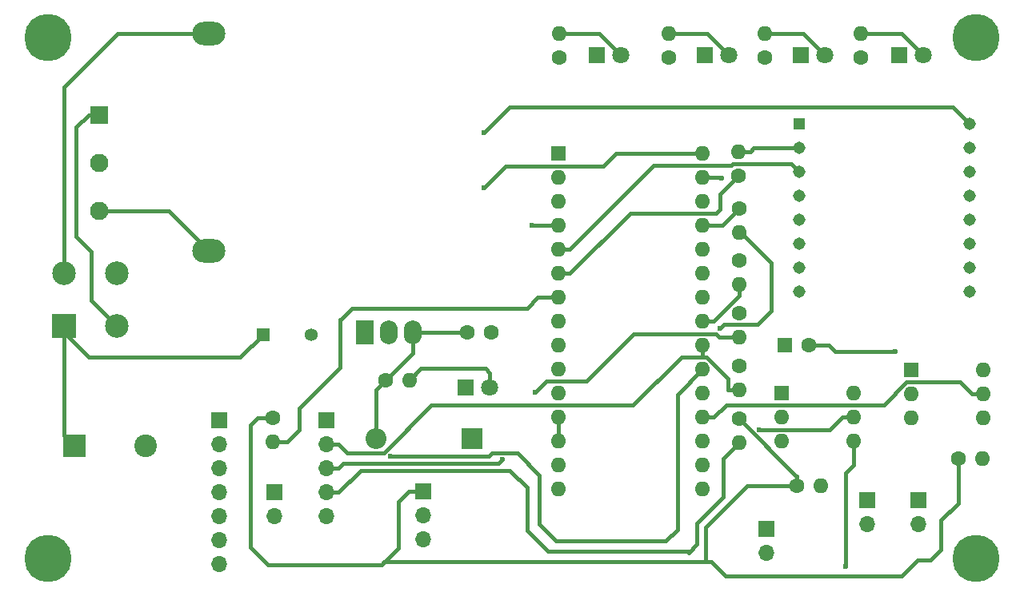
<source format=gbr>
%TF.GenerationSoftware,KiCad,Pcbnew,7.0.10*%
%TF.CreationDate,2024-06-22T16:20:26+02:00*%
%TF.ProjectId,Kicad_Projet_Trains_Sons,4b696361-645f-4507-926f-6a65745f5472,V2*%
%TF.SameCoordinates,Original*%
%TF.FileFunction,Copper,L1,Top*%
%TF.FilePolarity,Positive*%
%FSLAX46Y46*%
G04 Gerber Fmt 4.6, Leading zero omitted, Abs format (unit mm)*
G04 Created by KiCad (PCBNEW 7.0.10) date 2024-06-22 16:20:26*
%MOMM*%
%LPD*%
G01*
G04 APERTURE LIST*
%TA.AperFunction,ComponentPad*%
%ADD10R,1.800000X1.800000*%
%TD*%
%TA.AperFunction,ComponentPad*%
%ADD11C,1.800000*%
%TD*%
%TA.AperFunction,ComponentPad*%
%ADD12R,1.700000X1.700000*%
%TD*%
%TA.AperFunction,ComponentPad*%
%ADD13O,1.700000X1.700000*%
%TD*%
%TA.AperFunction,ComponentPad*%
%ADD14C,5.000000*%
%TD*%
%TA.AperFunction,ComponentPad*%
%ADD15R,1.357000X1.357000*%
%TD*%
%TA.AperFunction,ComponentPad*%
%ADD16C,1.357000*%
%TD*%
%TA.AperFunction,ComponentPad*%
%ADD17C,1.600000*%
%TD*%
%TA.AperFunction,ComponentPad*%
%ADD18O,1.600000X1.600000*%
%TD*%
%TA.AperFunction,ComponentPad*%
%ADD19R,1.900000X2.500000*%
%TD*%
%TA.AperFunction,ComponentPad*%
%ADD20O,1.900000X2.500000*%
%TD*%
%TA.AperFunction,ComponentPad*%
%ADD21R,1.950000X1.950000*%
%TD*%
%TA.AperFunction,ComponentPad*%
%ADD22C,1.950000*%
%TD*%
%TA.AperFunction,ComponentPad*%
%ADD23R,1.600000X1.600000*%
%TD*%
%TA.AperFunction,ComponentPad*%
%ADD24O,3.500000X2.500000*%
%TD*%
%TA.AperFunction,ComponentPad*%
%ADD25R,1.308000X1.308000*%
%TD*%
%TA.AperFunction,ComponentPad*%
%ADD26C,1.308000*%
%TD*%
%TA.AperFunction,ComponentPad*%
%ADD27R,2.500000X2.500000*%
%TD*%
%TA.AperFunction,ComponentPad*%
%ADD28C,2.500000*%
%TD*%
%TA.AperFunction,ComponentPad*%
%ADD29R,2.200000X2.200000*%
%TD*%
%TA.AperFunction,ComponentPad*%
%ADD30O,2.200000X2.200000*%
%TD*%
%TA.AperFunction,ComponentPad*%
%ADD31R,2.400000X2.400000*%
%TD*%
%TA.AperFunction,ComponentPad*%
%ADD32C,2.400000*%
%TD*%
%TA.AperFunction,ViaPad*%
%ADD33C,0.600000*%
%TD*%
%TA.AperFunction,Conductor*%
%ADD34C,0.400000*%
%TD*%
G04 APERTURE END LIST*
D10*
%TO.P,D4,1,K*%
%TO.N,GND*%
X121360000Y-42300000D03*
D11*
%TO.P,D4,2,A*%
%TO.N,Net-(D4-A)*%
X123900000Y-42300000D03*
%TD*%
D12*
%TO.P,J6,1,Pin_1*%
%TO.N,GND*%
X81430000Y-81020000D03*
D13*
%TO.P,J6,2,Pin_2*%
X81430000Y-83560000D03*
%TO.P,J6,3,Pin_3*%
X81430000Y-86100000D03*
%TO.P,J6,4,Pin_4*%
X81430000Y-88640000D03*
%TO.P,J6,5,Pin_5*%
X81430000Y-91180000D03*
%TO.P,J6,6,Pin_6*%
X81430000Y-93720000D03*
%TO.P,J6,7,Pin_7*%
X81430000Y-96260000D03*
%TD*%
D14*
%TO.P,REF2,1*%
%TO.N,N/C*%
X161500000Y-40400000D03*
%TD*%
D10*
%TO.P,D3,1,K*%
%TO.N,GND*%
X107517000Y-77505000D03*
D11*
%TO.P,D3,2,A*%
%TO.N,Net-(D3-A)*%
X110057000Y-77505000D03*
%TD*%
D14*
%TO.P,REF1,1*%
%TO.N,N/C*%
X63300000Y-40400000D03*
%TD*%
D15*
%TO.P,C1,1*%
%TO.N,Net-(D1-+)*%
X86060000Y-71900000D03*
D16*
%TO.P,C1,2*%
%TO.N,GND*%
X91140000Y-71900000D03*
%TD*%
D17*
%TO.P,R9,1*%
%TO.N,+5V*%
X136473000Y-75219000D03*
D18*
%TO.P,R9,2*%
%TO.N,Net-(A1-A3)*%
X136473000Y-77759000D03*
%TD*%
D19*
%TO.P,U1,1,VI*%
%TO.N,Net-(D1-+)*%
X96830000Y-71700000D03*
D20*
%TO.P,U1,2,GND*%
%TO.N,GND*%
X99370000Y-71700000D03*
%TO.P,U1,3,VO*%
%TO.N,Net-(D2-A)*%
X101910000Y-71700000D03*
%TD*%
D17*
%TO.P,R16,1*%
%TO.N,Net-(A1-D3)*%
X136400000Y-55045000D03*
D18*
%TO.P,R16,2*%
%TO.N,Net-(U4-RX)*%
X136400000Y-52505000D03*
%TD*%
D12*
%TO.P,J2,1,Pin_1*%
%TO.N,Net-(J2-Pin_1)*%
X155400000Y-89450000D03*
D13*
%TO.P,J2,2,Pin_2*%
%TO.N,Net-(J2-Pin_2)*%
X155400000Y-91990000D03*
%TD*%
D10*
%TO.P,D7,1,K*%
%TO.N,GND*%
X153360000Y-42300000D03*
D11*
%TO.P,D7,2,A*%
%TO.N,Net-(D7-A)*%
X155900000Y-42300000D03*
%TD*%
D21*
%TO.P,J1,1,1*%
%TO.N,Net-(D1-Pad2)*%
X68700000Y-48620000D03*
D22*
%TO.P,J1,2,2*%
%TO.N,unconnected-(J1-Pad2)*%
X68700000Y-53700000D03*
%TO.P,J1,3,3*%
%TO.N,Net-(F1-Pad2)*%
X68700000Y-58780000D03*
%TD*%
D23*
%TO.P,U3,1*%
%TO.N,Net-(J3-Pin_1)*%
X140918000Y-78140000D03*
D18*
%TO.P,U3,2*%
%TO.N,Net-(J3-Pin_2)*%
X140918000Y-80680000D03*
%TO.P,U3,3,NC*%
%TO.N,unconnected-(U3-NC-Pad3)*%
X140918000Y-83220000D03*
%TO.P,U3,4*%
%TO.N,GND*%
X148538000Y-83220000D03*
%TO.P,U3,5*%
%TO.N,A1*%
X148538000Y-80680000D03*
%TO.P,U3,6*%
%TO.N,unconnected-(U3-Pad6)*%
X148538000Y-78140000D03*
%TD*%
D17*
%TO.P,R5,1*%
%TO.N,+5V*%
X136473000Y-58553000D03*
D18*
%TO.P,R5,2*%
%TO.N,Net-(A1-A2)*%
X136473000Y-61093000D03*
%TD*%
D24*
%TO.P,F1,1*%
%TO.N,Net-(D1-Pad4)*%
X80300000Y-40000000D03*
%TO.P,F1,2*%
%TO.N,Net-(F1-Pad2)*%
X80300000Y-63000000D03*
%TD*%
D12*
%TO.P,J7,1,Pin_1*%
%TO.N,+5V*%
X103000000Y-88500000D03*
D13*
%TO.P,J7,2,Pin_2*%
%TO.N,A7*%
X103000000Y-91040000D03*
%TO.P,J7,3,Pin_3*%
%TO.N,GND*%
X103000000Y-93580000D03*
%TD*%
D25*
%TO.P,U4,1,VCC*%
%TO.N,+5V*%
X142823000Y-49600000D03*
D26*
%TO.P,U4,2,RX*%
%TO.N,Net-(U4-RX)*%
X142823000Y-52140000D03*
%TO.P,U4,3,TX*%
%TO.N,Net-(A1-D2)*%
X142823000Y-54680000D03*
%TO.P,U4,4,DAC_R*%
%TO.N,unconnected-(U4-DAC_R-Pad4)*%
X142823000Y-57220000D03*
%TO.P,U4,5,DAC_L*%
%TO.N,unconnected-(U4-DAC_L-Pad5)*%
X142823000Y-59760000D03*
%TO.P,U4,6,SPK1+*%
%TO.N,Net-(J8-Pin_2)*%
X142823000Y-62300000D03*
%TO.P,U4,7,GND*%
%TO.N,GND*%
X142823000Y-64840000D03*
%TO.P,U4,8,SPK2-*%
%TO.N,Net-(J8-Pin_1)*%
X142823000Y-67380000D03*
%TO.P,U4,9,IO_1*%
%TO.N,unconnected-(U4-IO_1-Pad9)*%
X160857000Y-67380000D03*
%TO.P,U4,10,GND*%
%TO.N,GND*%
X160857000Y-64840000D03*
%TO.P,U4,11,IO_2*%
%TO.N,unconnected-(U4-IO_2-Pad11)*%
X160857000Y-62300000D03*
%TO.P,U4,12,ADKEY1*%
%TO.N,unconnected-(U4-ADKEY1-Pad12)*%
X160857000Y-59760000D03*
%TO.P,U4,13,ADKEY2*%
%TO.N,unconnected-(U4-ADKEY2-Pad13)*%
X160857000Y-57220000D03*
%TO.P,U4,14,USB+*%
%TO.N,unconnected-(U4-USB+-Pad14)*%
X160857000Y-54680000D03*
%TO.P,U4,15,USB-*%
%TO.N,unconnected-(U4-USB--Pad15)*%
X160857000Y-52140000D03*
%TO.P,U4,16,BUSY*%
%TO.N,Net-(J5-Pin_1)*%
X160857000Y-49600000D03*
%TD*%
D14*
%TO.P,REF3,1*%
%TO.N,N/C*%
X161500000Y-95600000D03*
%TD*%
D17*
%TO.P,R14,1*%
%TO.N,Net-(A1-D8)*%
X149300000Y-42580000D03*
D18*
%TO.P,R14,2*%
%TO.N,Net-(D7-A)*%
X149300000Y-40040000D03*
%TD*%
D17*
%TO.P,R13,1*%
%TO.N,Net-(A1-D7)*%
X139140000Y-42580000D03*
D18*
%TO.P,R13,2*%
%TO.N,Net-(D6-A)*%
X139140000Y-40040000D03*
%TD*%
D17*
%TO.P,C2,1*%
%TO.N,Net-(D2-A)*%
X107700000Y-71700000D03*
%TO.P,C2,2*%
%TO.N,GND*%
X110200000Y-71700000D03*
%TD*%
D27*
%TO.P,D1,1,+*%
%TO.N,Net-(D1-+)*%
X65000000Y-71000000D03*
D28*
%TO.P,D1,2*%
%TO.N,Net-(D1-Pad2)*%
X70600000Y-71000000D03*
%TO.P,D1,3,-*%
%TO.N,GND*%
X70600000Y-65400000D03*
%TO.P,D1,4*%
%TO.N,Net-(D1-Pad4)*%
X65000000Y-65400000D03*
%TD*%
D17*
%TO.P,R1,1*%
%TO.N,Net-(D2-A)*%
X99008000Y-76743000D03*
D18*
%TO.P,R1,2*%
%TO.N,Net-(D3-A)*%
X101548000Y-76743000D03*
%TD*%
D17*
%TO.P,R12,1*%
%TO.N,Net-(A1-D6)*%
X128980000Y-42580000D03*
D18*
%TO.P,R12,2*%
%TO.N,Net-(D5-A)*%
X128980000Y-40040000D03*
%TD*%
D10*
%TO.P,D5,1,K*%
%TO.N,GND*%
X132790000Y-42300000D03*
D11*
%TO.P,D5,2,A*%
%TO.N,Net-(D5-A)*%
X135330000Y-42300000D03*
%TD*%
D29*
%TO.P,D2,1,K*%
%TO.N,9V*%
X108152000Y-82966000D03*
D30*
%TO.P,D2,2,A*%
%TO.N,Net-(D2-A)*%
X97992000Y-82966000D03*
%TD*%
D14*
%TO.P,REF4,1*%
%TO.N,N/C*%
X63300000Y-95600000D03*
%TD*%
D17*
%TO.P,R15,1*%
%TO.N,+5V*%
X87050000Y-80755000D03*
D18*
%TO.P,R15,2*%
%TO.N,D4*%
X87050000Y-83295000D03*
%TD*%
D17*
%TO.P,R2,1*%
%TO.N,+5V*%
X159655000Y-85050000D03*
D18*
%TO.P,R2,2*%
%TO.N,A0*%
X162195000Y-85050000D03*
%TD*%
D10*
%TO.P,D6,1,K*%
%TO.N,GND*%
X142950000Y-42300000D03*
D11*
%TO.P,D6,2,A*%
%TO.N,Net-(D6-A)*%
X145490000Y-42300000D03*
%TD*%
D17*
%TO.P,R6,1*%
%TO.N,+5V*%
X136473000Y-64043000D03*
D18*
%TO.P,R6,2*%
%TO.N,Net-(A1-A4)*%
X136473000Y-66583000D03*
%TD*%
D12*
%TO.P,J4,1,Pin_1*%
%TO.N,Net-(A1-A2)*%
X92785000Y-81000000D03*
D13*
%TO.P,J4,2,Pin_2*%
%TO.N,Net-(A1-A3)*%
X92785000Y-83540000D03*
%TO.P,J4,3,Pin_3*%
%TO.N,Net-(A1-A4)*%
X92785000Y-86080000D03*
%TO.P,J4,4,Pin_4*%
%TO.N,Net-(A1-A5)*%
X92785000Y-88620000D03*
%TO.P,J4,5,Pin_5*%
%TO.N,Net-(A1-A6)*%
X92785000Y-91160000D03*
%TD*%
D12*
%TO.P,J3,1,Pin_1*%
%TO.N,Net-(J3-Pin_1)*%
X150000000Y-89425000D03*
D13*
%TO.P,J3,2,Pin_2*%
%TO.N,Net-(J3-Pin_2)*%
X150000000Y-91965000D03*
%TD*%
D23*
%TO.P,A1,1,D1/TX*%
%TO.N,unconnected-(A1-D1{slash}TX-Pad1)*%
X117296000Y-52740000D03*
D18*
%TO.P,A1,2,D0/RX*%
%TO.N,unconnected-(A1-D0{slash}RX-Pad2)*%
X117296000Y-55280000D03*
%TO.P,A1,3,~{RESET}*%
%TO.N,unconnected-(A1-~{RESET}-Pad3)*%
X117296000Y-57820000D03*
%TO.P,A1,4,GND*%
%TO.N,GND*%
X117296000Y-60360000D03*
%TO.P,A1,5,D2*%
%TO.N,Net-(A1-D2)*%
X117296000Y-62900000D03*
%TO.P,A1,6,D3*%
%TO.N,Net-(A1-D3)*%
X117296000Y-65440000D03*
%TO.P,A1,7,D4*%
%TO.N,D4*%
X117296000Y-67980000D03*
%TO.P,A1,8,D5*%
%TO.N,Net-(A1-D5)*%
X117296000Y-70520000D03*
%TO.P,A1,9,D6*%
%TO.N,Net-(A1-D6)*%
X117296000Y-73060000D03*
%TO.P,A1,10,D7*%
%TO.N,Net-(A1-D7)*%
X117296000Y-75600000D03*
%TO.P,A1,11,D8*%
%TO.N,Net-(A1-D8)*%
X117296000Y-78140000D03*
%TO.P,A1,12,D9*%
%TO.N,GND*%
X117296000Y-80680000D03*
%TO.P,A1,13,D10*%
X117296000Y-83220000D03*
%TO.P,A1,14,D11*%
X117296000Y-85760000D03*
%TO.P,A1,15,D12*%
X117296000Y-88300000D03*
%TO.P,A1,16,D13*%
%TO.N,unconnected-(A1-D13-Pad16)*%
X132536000Y-88300000D03*
%TO.P,A1,17,3V3*%
%TO.N,unconnected-(A1-3V3-Pad17)*%
X132536000Y-85760000D03*
%TO.P,A1,18,AREF*%
%TO.N,unconnected-(A1-AREF-Pad18)*%
X132536000Y-83220000D03*
%TO.P,A1,19,A0*%
%TO.N,A0*%
X132536000Y-80680000D03*
%TO.P,A1,20,A1*%
%TO.N,A1*%
X132536000Y-78140000D03*
%TO.P,A1,21,A2*%
%TO.N,Net-(A1-A2)*%
X132536000Y-75600000D03*
%TO.P,A1,22,A3*%
%TO.N,Net-(A1-A3)*%
X132536000Y-73060000D03*
%TO.P,A1,23,A4*%
%TO.N,Net-(A1-A4)*%
X132536000Y-70520000D03*
%TO.P,A1,24,A5*%
%TO.N,Net-(A1-A5)*%
X132536000Y-67980000D03*
%TO.P,A1,25,A6*%
%TO.N,Net-(A1-A6)*%
X132536000Y-65440000D03*
%TO.P,A1,26,A7*%
%TO.N,A7*%
X132536000Y-62900000D03*
%TO.P,A1,27,+5V*%
%TO.N,+5V*%
X132536000Y-60360000D03*
%TO.P,A1,28,~{RESET}*%
%TO.N,unconnected-(A1-~{RESET}-Pad28)*%
X132536000Y-57820000D03*
%TO.P,A1,29,GND*%
%TO.N,GND*%
X132536000Y-55280000D03*
%TO.P,A1,30,VIN*%
%TO.N,9V*%
X132536000Y-52740000D03*
%TD*%
D17*
%TO.P,R7,1*%
%TO.N,+5V*%
X136473000Y-69631000D03*
D18*
%TO.P,R7,2*%
%TO.N,Net-(A1-A6)*%
X136473000Y-72171000D03*
%TD*%
D17*
%TO.P,R11,1*%
%TO.N,Net-(A1-D5)*%
X117400000Y-42580000D03*
D18*
%TO.P,R11,2*%
%TO.N,Net-(D4-A)*%
X117400000Y-40040000D03*
%TD*%
D12*
%TO.P,J5,1,Pin_1*%
%TO.N,Net-(J5-Pin_1)*%
X87250000Y-88575000D03*
D13*
%TO.P,J5,2,Pin_2*%
%TO.N,D4*%
X87250000Y-91115000D03*
%TD*%
D31*
%TO.P,C3,1*%
%TO.N,Net-(D1-+)*%
X66100000Y-83700000D03*
D32*
%TO.P,C3,2*%
%TO.N,GND*%
X73600000Y-83700000D03*
%TD*%
D17*
%TO.P,R10,1*%
%TO.N,+5V*%
X136473000Y-80807000D03*
D18*
%TO.P,R10,2*%
%TO.N,Net-(A1-A5)*%
X136473000Y-83347000D03*
%TD*%
D23*
%TO.P,C4,1*%
%TO.N,+5V*%
X141300000Y-73000000D03*
D17*
%TO.P,C4,2*%
%TO.N,GND*%
X143800000Y-73000000D03*
%TD*%
%TO.P,R4,1*%
%TO.N,+5V*%
X142540000Y-87919000D03*
D18*
%TO.P,R4,2*%
%TO.N,A1*%
X145080000Y-87919000D03*
%TD*%
D12*
%TO.P,J8,1,Pin_1*%
%TO.N,Net-(J8-Pin_1)*%
X139300000Y-92460000D03*
D13*
%TO.P,J8,2,Pin_2*%
%TO.N,Net-(J8-Pin_2)*%
X139300000Y-95000000D03*
%TD*%
D23*
%TO.P,U2,1*%
%TO.N,Net-(J2-Pin_1)*%
X154644000Y-75615000D03*
D18*
%TO.P,U2,2*%
%TO.N,Net-(J2-Pin_2)*%
X154644000Y-78155000D03*
%TO.P,U2,3,NC*%
%TO.N,unconnected-(U2-NC-Pad3)*%
X154644000Y-80695000D03*
%TO.P,U2,4*%
%TO.N,GND*%
X162264000Y-80695000D03*
%TO.P,U2,5*%
%TO.N,A0*%
X162264000Y-78155000D03*
%TO.P,U2,6*%
%TO.N,unconnected-(U2-Pad6)*%
X162264000Y-75615000D03*
%TD*%
D33*
%TO.N,GND*%
X153000000Y-73700000D03*
X114500000Y-60300000D03*
X134600000Y-55300000D03*
X147700000Y-96500000D03*
%TO.N,A1*%
X138577700Y-81958600D03*
%TO.N,Net-(A1-A2)*%
X99524000Y-84765600D03*
X134410900Y-71245700D03*
%TO.N,Net-(A1-A4)*%
X111373300Y-85168200D03*
%TO.N,Net-(A1-A6)*%
X114900000Y-78000000D03*
%TO.N,9V*%
X109423800Y-56342600D03*
%TO.N,Net-(J5-Pin_1)*%
X109423800Y-50514000D03*
%TD*%
D34*
%TO.N,GND*%
X132536000Y-55280000D02*
X134580000Y-55280000D01*
X146600000Y-73700000D02*
X153000000Y-73700000D01*
X117296000Y-80680000D02*
X117296000Y-83220000D01*
X148538000Y-83220000D02*
X148538000Y-85762000D01*
X114560000Y-60360000D02*
X114500000Y-60300000D01*
X147700000Y-86600000D02*
X147700000Y-96500000D01*
X143800000Y-73000000D02*
X145900000Y-73000000D01*
X145900000Y-73000000D02*
X146600000Y-73700000D01*
X148538000Y-85762000D02*
X147700000Y-86600000D01*
X117296000Y-60360000D02*
X114560000Y-60360000D01*
X134580000Y-55280000D02*
X134600000Y-55300000D01*
%TO.N,Net-(A1-D2)*%
X135634800Y-54010000D02*
X135811100Y-53833700D01*
X117296000Y-62900000D02*
X118497900Y-62900000D01*
X118497900Y-62900000D02*
X127387900Y-54010000D01*
X135811100Y-53833700D02*
X141976700Y-53833700D01*
X127387900Y-54010000D02*
X135634800Y-54010000D01*
X141976700Y-53833700D02*
X142823000Y-54680000D01*
%TO.N,Net-(A1-D3)*%
X134400000Y-58600000D02*
X133980000Y-59020000D01*
X136400000Y-55045000D02*
X134400000Y-57045000D01*
X124920000Y-59020000D02*
X124918950Y-59018950D01*
X118497900Y-65440000D02*
X124918950Y-59018950D01*
X133980000Y-59020000D02*
X124920000Y-59020000D01*
X134400000Y-57045000D02*
X134400000Y-58600000D01*
X117296000Y-65440000D02*
X118497900Y-65440000D01*
%TO.N,D4*%
X117296000Y-67980000D02*
X115120000Y-67980000D01*
X114000000Y-69100000D02*
X95500000Y-69100000D01*
X94300000Y-70300000D02*
X94200000Y-70300000D01*
X94200000Y-75400000D02*
X89900000Y-79700000D01*
X115120000Y-67980000D02*
X114000000Y-69100000D01*
X87050000Y-83295000D02*
X88605000Y-83295000D01*
X94200000Y-70300000D02*
X94200000Y-75400000D01*
X95500000Y-69100000D02*
X94300000Y-70300000D01*
X88605000Y-83295000D02*
X89900000Y-82000000D01*
X89900000Y-79700000D02*
X89900000Y-82000000D01*
%TO.N,A0*%
X132536000Y-80680000D02*
X133737900Y-80680000D01*
X159860200Y-76953100D02*
X154146200Y-76953100D01*
X162264000Y-78155000D02*
X161062100Y-78155000D01*
X154146200Y-76953100D02*
X151757400Y-79341900D01*
X135076000Y-79341900D02*
X133737900Y-80680000D01*
X151757400Y-79341900D02*
X135076000Y-79341900D01*
X161062100Y-78155000D02*
X159860200Y-76953100D01*
%TO.N,A1*%
X146057500Y-81958600D02*
X147336100Y-80680000D01*
X148538000Y-80680000D02*
X147336100Y-80680000D01*
X138577700Y-81958600D02*
X146057500Y-81958600D01*
%TO.N,Net-(A1-A2)*%
X117100000Y-93800000D02*
X115300000Y-92000000D01*
X129900000Y-78236000D02*
X129900000Y-92600000D01*
X136473000Y-61093000D02*
X136593000Y-61093000D01*
X132536000Y-75600000D02*
X129900000Y-78236000D01*
X109971900Y-84765600D02*
X99524000Y-84765600D01*
X129900000Y-92600000D02*
X128700000Y-93800000D01*
X136593000Y-61093000D02*
X139800000Y-64300000D01*
X110269300Y-84468200D02*
X112968200Y-84468200D01*
X134823700Y-70832900D02*
X134410900Y-71245700D01*
X128700000Y-93800000D02*
X117100000Y-93800000D01*
X138367100Y-70832900D02*
X134823700Y-70832900D01*
X139800000Y-64300000D02*
X139800000Y-69400000D01*
X139800000Y-69400000D02*
X138367100Y-70832900D01*
X112968200Y-84468200D02*
X115300000Y-86800000D01*
X115300000Y-92000000D02*
X115300000Y-86800000D01*
X109971900Y-84765600D02*
X110269300Y-84468200D01*
%TO.N,Net-(A1-A3)*%
X135271100Y-76557100D02*
X135271100Y-77759000D01*
X132536000Y-74261900D02*
X132975900Y-74261900D01*
X98829200Y-84467900D02*
X94964800Y-84467900D01*
X92785000Y-83540000D02*
X94036900Y-83540000D01*
X125226500Y-79410000D02*
X103887100Y-79410000D01*
X132975900Y-74261900D02*
X135271100Y-76557100D01*
X136473000Y-77759000D02*
X135271100Y-77759000D01*
X130374600Y-74261900D02*
X125226500Y-79410000D01*
X94964800Y-84467900D02*
X94036900Y-83540000D01*
X132536000Y-73060000D02*
X132536000Y-74261900D01*
X103887100Y-79410000D02*
X98829200Y-84467900D01*
X132536000Y-74261900D02*
X130374600Y-74261900D01*
%TO.N,Net-(A1-A4)*%
X136473000Y-66583000D02*
X136473000Y-67784900D01*
X94555600Y-85561300D02*
X110980200Y-85561300D01*
X110980200Y-85561300D02*
X111373300Y-85168200D01*
X94036900Y-86080000D02*
X94555600Y-85561300D01*
X92785000Y-86080000D02*
X94036900Y-86080000D01*
X136473000Y-67784900D02*
X133737900Y-70520000D01*
X132536000Y-70520000D02*
X133737900Y-70520000D01*
%TO.N,Net-(A1-A5)*%
X96383300Y-86273600D02*
X112173600Y-86273600D01*
X94036900Y-88620000D02*
X96383300Y-86273600D01*
X134800000Y-89100000D02*
X134800000Y-85020000D01*
X132000000Y-94100000D02*
X132000000Y-91900000D01*
X134800000Y-85020000D02*
X136473000Y-83347000D01*
X132000000Y-91900000D02*
X134800000Y-89100000D01*
X114000000Y-92700000D02*
X116200000Y-94900000D01*
X131100000Y-95000000D02*
X132000000Y-94100000D01*
X116200000Y-94900000D02*
X131000000Y-94900000D01*
X114000000Y-88100000D02*
X114000000Y-92700000D01*
X131000000Y-94900000D02*
X131100000Y-95000000D01*
X92785000Y-88620000D02*
X94036900Y-88620000D01*
X112173600Y-86273600D02*
X114000000Y-88100000D01*
%TO.N,Net-(A1-A6)*%
X125286500Y-71843700D02*
X134016400Y-71843700D01*
X134343700Y-72171000D02*
X136473000Y-72171000D01*
X120260200Y-76870000D02*
X125286500Y-71843700D01*
X134016400Y-71843700D02*
X134343700Y-72171000D01*
X114900000Y-78000000D02*
X116030000Y-76870000D01*
X116030000Y-76870000D02*
X120260200Y-76870000D01*
%TO.N,+5V*%
X159655000Y-89745000D02*
X159655000Y-89600000D01*
X87050000Y-80755000D02*
X85445000Y-80755000D01*
X133000000Y-96000000D02*
X133500000Y-96000000D01*
X153600000Y-97500000D02*
X155300000Y-95800000D01*
X132536000Y-60360000D02*
X134666000Y-60360000D01*
X136473000Y-80846400D02*
X142500600Y-86874000D01*
X157800000Y-94700000D02*
X157800000Y-91600000D01*
X159655000Y-89600000D02*
X159655000Y-85050000D01*
X100400000Y-94500000D02*
X100400000Y-89600000D01*
X98600000Y-96300000D02*
X100400000Y-94500000D01*
X142500600Y-86874000D02*
X142540000Y-86874000D01*
X132900000Y-92300000D02*
X132900000Y-95900000D01*
X84700000Y-94400000D02*
X86600000Y-96300000D01*
X133500000Y-96000000D02*
X135000000Y-97500000D01*
X137281000Y-87919000D02*
X132900000Y-92300000D01*
X133000000Y-96000000D02*
X98900000Y-96000000D01*
X156700000Y-95800000D02*
X157800000Y-94700000D01*
X155300000Y-95800000D02*
X156700000Y-95800000D01*
X142540000Y-87919000D02*
X137281000Y-87919000D01*
X86600000Y-96300000D02*
X98600000Y-96300000D01*
X101500000Y-88500000D02*
X103000000Y-88500000D01*
X85445000Y-80755000D02*
X84700000Y-81500000D01*
X142540000Y-87919000D02*
X142540000Y-86874000D01*
X98900000Y-96000000D02*
X98600000Y-96300000D01*
X100400000Y-89600000D02*
X101500000Y-88500000D01*
X84700000Y-81500000D02*
X84700000Y-94400000D01*
X132900000Y-95900000D02*
X133000000Y-96000000D01*
X135000000Y-97500000D02*
X153600000Y-97500000D01*
X157800000Y-91600000D02*
X159655000Y-89745000D01*
X134666000Y-60360000D02*
X136473000Y-58553000D01*
X136473000Y-80807000D02*
X136473000Y-80846400D01*
%TO.N,9V*%
X109423800Y-56342600D02*
X111688300Y-54078100D01*
X122052600Y-54078100D02*
X123390700Y-52740000D01*
X111688300Y-54078100D02*
X122052600Y-54078100D01*
X123390700Y-52740000D02*
X132536000Y-52740000D01*
%TO.N,Net-(D1-+)*%
X65000000Y-71000000D02*
X65000000Y-82600000D01*
X67600000Y-74300000D02*
X83660000Y-74300000D01*
X65000000Y-71000000D02*
X65000000Y-71700000D01*
X65000000Y-71700000D02*
X67600000Y-74300000D01*
X83660000Y-74300000D02*
X86060000Y-71900000D01*
X65000000Y-82600000D02*
X66100000Y-83700000D01*
%TO.N,Net-(D3-A)*%
X102791000Y-75500000D02*
X109600000Y-75500000D01*
X109600000Y-75500000D02*
X110057000Y-75957000D01*
X101548000Y-76743000D02*
X102791000Y-75500000D01*
X110057000Y-75957000D02*
X110057000Y-77505000D01*
%TO.N,Net-(D1-Pad2)*%
X67900000Y-68300000D02*
X70600000Y-71000000D01*
X68700000Y-48620000D02*
X67580000Y-48620000D01*
X66300000Y-61500000D02*
X67900000Y-63100000D01*
X67900000Y-63100000D02*
X67900000Y-68300000D01*
X67580000Y-48620000D02*
X66300000Y-49900000D01*
X66300000Y-49900000D02*
X66300000Y-61500000D01*
%TO.N,Net-(D1-Pad4)*%
X80300000Y-40000000D02*
X70700000Y-40000000D01*
X65000000Y-45700000D02*
X65000000Y-65400000D01*
X70700000Y-40000000D02*
X65000000Y-45700000D01*
%TO.N,Net-(D2-A)*%
X101910000Y-73841000D02*
X99008000Y-76743000D01*
X101910000Y-71700000D02*
X107700000Y-71700000D01*
X97992000Y-77759000D02*
X99008000Y-76743000D01*
X97992000Y-82966000D02*
X97992000Y-77759000D01*
X101910000Y-71700000D02*
X101910000Y-73841000D01*
%TO.N,Net-(D4-A)*%
X121640000Y-40040000D02*
X123900000Y-42300000D01*
X117400000Y-40040000D02*
X121640000Y-40040000D01*
%TO.N,Net-(D5-A)*%
X128980000Y-40040000D02*
X133070000Y-40040000D01*
X133070000Y-40040000D02*
X135330000Y-42300000D01*
%TO.N,Net-(D6-A)*%
X143230000Y-40040000D02*
X145490000Y-42300000D01*
X139140000Y-40040000D02*
X143230000Y-40040000D01*
%TO.N,Net-(D7-A)*%
X149300000Y-40040000D02*
X153640000Y-40040000D01*
X153640000Y-40040000D02*
X155900000Y-42300000D01*
%TO.N,Net-(J5-Pin_1)*%
X159057000Y-47800000D02*
X112137800Y-47800000D01*
X160857000Y-49600000D02*
X159057000Y-47800000D01*
X112137800Y-47800000D02*
X109423800Y-50514000D01*
%TO.N,Net-(U4-RX)*%
X142823000Y-52140000D02*
X137966900Y-52140000D01*
X137966900Y-52140000D02*
X137601900Y-52505000D01*
X136400000Y-52505000D02*
X137601900Y-52505000D01*
%TO.N,Net-(F1-Pad2)*%
X68700000Y-58780000D02*
X76080000Y-58780000D01*
X76080000Y-58780000D02*
X80300000Y-63000000D01*
%TD*%
M02*

</source>
